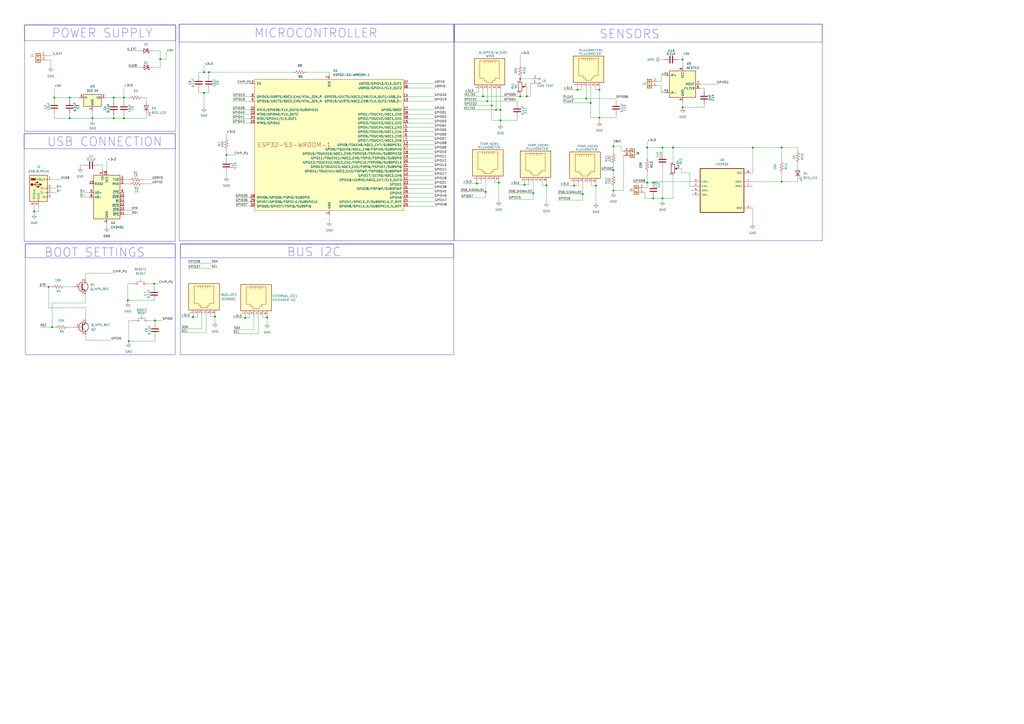
<source format=kicad_sch>
(kicad_sch (version 20230121) (generator eeschema)
  (paper "A2")
  (title_block (title "ESTACION METEOROLOGICA") (rev "V1") (company "iSebas Producciones"))
  (junction (at 332.994 107.696))
  (junction (at 74.168 174.244))
  (junction (at 40.386 56.642))
  (junction (at 340.106 57.15))
  (junction (at 395.986 62.23))
  (junction (at 304.292 107.188))
  (junction (at 338.074 112.522))
  (junction (at 355.854 84.836))
  (junction (at 342.646 59.69))
  (junction (at 142.24 184.404))
  (junction (at 92.964 34.29))
  (junction (at 40.386 68.58))
  (junction (at 118.364 41.91))
  (junction (at 301.752 55.88))
  (junction (at 281.686 111.252))
  (junction (at 124.714 183.642))
  (junction (at 19.812 122.682))
  (junction (at 355.854 98.806))
  (junction (at 305.562 55.88))
  (junction (at 282.702 58.674))
  (junction (at 118.364 53.848))
  (junction (at 316.992 107.442))
  (junction (at 309.372 112.014))
  (junction (at 154.94 184.15))
  (junction (at 375.412 85.598))
  (junction (at 131.318 89.916))
  (junction (at 66.04 56.642))
  (junction (at 66.04 68.58))
  (junction (at 31.496 56.642))
  (junction (at 378.968 105.918))
  (junction (at 28.194 166.37))
  (junction (at 375.412 105.918))
  (junction (at 384.302 85.598))
  (junction (at 345.694 107.696))
  (junction (at 89.916 185.928))
  (junction (at 285.242 61.214))
  (junction (at 301.752 45.72))
  (junction (at 436.626 85.598))
  (junction (at 378.968 115.062))
  (junction (at 289.306 105.918))
  (junction (at 290.322 69.85))
  (junction (at 347.726 52.07))
  (junction (at 453.39 85.598))
  (junction (at 290.322 63.754))
  (junction (at 335.026 52.07))
  (junction (at 453.39 105.41))
  (junction (at 347.726 68.326))
  (junction (at 384.302 115.062))
  (junction (at 276.606 106.426))
  (junction (at 30.226 189.738))
  (junction (at 280.162 55.88))
  (junction (at 89.408 164.592))
  (junction (at 395.986 34.544))
  (junction (at 71.882 56.642))
  (junction (at 74.676 197.866))
  (junction (at 355.854 110.49))
  (junction (at 53.594 68.58))
  (junction (at 121.158 41.91))
  (junction (at 287.782 63.754))
  (junction (at 390.398 85.598))
  (junction (at 112.014 183.896))
  (junction (at 71.882 68.58))
  (wire (pts (xy 290.322 51.816) (xy 290.322 63.754)))
  (wire (pts (xy 357.378 57.15) (xy 357.378 58.674)))
  (wire (pts (xy 323.596 112.522) (xy 338.074 112.522)))
  (wire (pts (xy 29.464 34.798) (xy 29.464 38.862)))
  (wire (pts (xy 121.158 41.91) (xy 121.158 44.196)))
  (wire (pts (xy 19.812 124.206) (xy 19.812 122.682)))
  (wire (pts (xy 268.478 106.426) (xy 276.606 106.426)))
  (wire (pts (xy 66.04 68.58) (xy 66.04 66.548)))
  (wire (pts (xy 49.784 178.562) (xy 28.194 178.562)))
  (wire (pts (xy 72.136 106.68) (xy 75.184 106.68)))
  (wire (pts (xy 290.322 63.754) (xy 290.322 69.85)))
  (wire (pts (xy 118.364 38.1) (xy 118.364 41.91)))
  (wire (pts (xy 384.302 85.598) (xy 390.398 85.598)))
  (wire (pts (xy 269.494 53.594) (xy 277.622 53.594)))
  (wire (pts (xy 31.496 56.642) (xy 31.496 58.166)))
  (wire (pts (xy 436.626 85.598) (xy 436.626 100.33)))
  (wire (pts (xy 384.302 89.408) (xy 384.302 85.598)))
  (wire (pts (xy 134.874 66.294) (xy 145.288 66.294)))
  (wire (pts (xy 342.646 59.69) (xy 342.646 68.326)))
  (wire (pts (xy 88.392 29.464) (xy 92.964 29.464)))
  (wire (pts (xy 304.292 105.41) (xy 304.292 107.188)))
  (wire (pts (xy 114.554 182.372) (xy 114.554 183.896)))
  (wire (pts (xy 119.634 182.372) (xy 119.634 193.04)))
  (wire (pts (xy 28.194 178.562) (xy 28.194 166.37)))
  (wire (pts (xy 307.594 48.26) (xy 307.594 55.88)))
  (wire (pts (xy 115.316 53.848) (xy 118.364 53.848)))
  (wire (pts (xy 309.372 112.014) (xy 309.372 115.57)))
  (wire (pts (xy 29.972 104.14) (xy 35.306 104.14)))
  (wire (pts (xy 49.53 158.496) (xy 65.532 158.496)))
  (wire (pts (xy 400.05 107.95) (xy 401.066 107.95)))
  (wire (pts (xy 367.284 105.918) (xy 375.412 105.918)))
  (wire (pts (xy 355.854 110.49) (xy 361.696 110.49)))
  (wire (pts (xy 282.702 58.674) (xy 299.974 58.674)))
  (wire (pts (xy 27.178 34.798) (xy 29.464 34.798)))
  (wire (pts (xy 347.726 50.292) (xy 347.726 52.07)))
  (wire (pts (xy 89.916 185.928) (xy 89.916 187.706)))
  (wire (pts (xy 121.158 53.848) (xy 121.158 51.816)))
  (wire (pts (xy 394.208 97.79) (xy 395.224 97.79)))
  (wire (pts (xy 137.668 48.514) (xy 145.288 48.514)))
  (wire (pts (xy 19.812 119.38) (xy 19.812 122.682)))
  (wire (pts (xy 236.728 84.074) (xy 251.968 84.074)))
  (wire (pts (xy 84.836 56.642) (xy 84.836 58.674)))
  (wire (pts (xy 144.78 182.88) (xy 144.78 184.404)))
  (wire (pts (xy 269.24 58.674) (xy 282.702 58.674)))
  (wire (pts (xy 45.974 56.642) (xy 40.386 56.642)))
  (wire (pts (xy 236.728 101.854) (xy 251.968 101.854)))
  (wire (pts (xy 347.726 52.07) (xy 347.726 68.326)))
  (wire (pts (xy 462.788 105.41) (xy 462.788 104.14)))
  (wire (pts (xy 131.318 89.916) (xy 131.318 92.202)))
  (wire (pts (xy 134.874 71.374) (xy 145.288 71.374)))
  (wire (pts (xy 453.39 85.598) (xy 453.39 92.964)))
  (wire (pts (xy 82.804 106.68) (xy 88.138 106.68)))
  (wire (pts (xy 136.652 114.554) (xy 145.288 114.554)))
  (wire (pts (xy 152.4 184.15) (xy 154.94 184.15)))
  (wire (pts (xy 286.766 104.648) (xy 286.766 105.918)))
  (wire (pts (xy 301.752 54.102) (xy 301.752 55.88)))
  (wire (pts (xy 46.482 111.76) (xy 51.816 111.76)))
  (wire (pts (xy 375.412 99.568) (xy 375.412 105.918)))
  (wire (pts (xy 301.752 31.75) (xy 301.752 37.338)))
  (wire (pts (xy 374.142 115.062) (xy 378.968 115.062)))
  (wire (pts (xy 71.882 56.642) (xy 71.882 58.928)))
  (wire (pts (xy 236.728 119.634) (xy 252.222 119.634)))
  (wire (pts (xy 395.224 100.33) (xy 400.05 100.33)))
  (wire (pts (xy 276.606 104.648) (xy 276.606 106.426)))
  (wire (pts (xy 49.022 95.758) (xy 46.482 95.758)))
  (wire (pts (xy 124.714 183.642) (xy 124.714 187.198)))
  (wire (pts (xy 342.646 50.292) (xy 342.646 59.69)))
  (wire (pts (xy 337.566 52.07) (xy 335.026 52.07)))
  (wire (pts (xy 136.652 117.094) (xy 145.288 117.094)))
  (wire (pts (xy 361.696 90.17) (xy 361.696 110.49)))
  (wire (pts (xy 122.174 183.642) (xy 124.714 183.642)))
  (wire (pts (xy 378.968 115.062) (xy 384.302 115.062)))
  (wire (pts (xy 326.898 52.07) (xy 335.026 52.07)))
  (wire (pts (xy 30.48 32.258) (xy 27.178 32.258)))
  (wire (pts (xy 309.372 105.41) (xy 309.372 112.014)))
  (wire (pts (xy 301.752 45.72) (xy 301.752 46.482)))
  (wire (pts (xy 395.986 58.928) (xy 395.986 62.23)))
  (wire (pts (xy 337.566 50.292) (xy 337.566 52.07)))
  (wire (pts (xy 307.594 55.88) (xy 305.562 55.88)))
  (wire (pts (xy 462.788 85.598) (xy 453.39 85.598)))
  (wire (pts (xy 308.356 48.26) (xy 307.594 48.26)))
  (wire (pts (xy 343.154 105.918) (xy 343.154 107.696)))
  (wire (pts (xy 49.784 194.818) (xy 49.784 197.358)))
  (wire (pts (xy 77.216 185.928) (xy 74.676 185.928)))
  (wire (pts (xy 390.398 115.062) (xy 384.302 115.062)))
  (wire (pts (xy 282.702 51.816) (xy 282.702 58.674)))
  (wire (pts (xy 49.784 197.358) (xy 64.516 197.358)))
  (wire (pts (xy 30.226 175.768) (xy 30.226 189.738)))
  (wire (pts (xy 72.136 121.92) (xy 76.2 121.92)))
  (wire (pts (xy 384.302 85.598) (xy 375.412 85.598)))
  (wire (pts (xy 383.032 34.544) (xy 385.572 34.544)))
  (wire (pts (xy 335.026 50.292) (xy 335.026 52.07)))
  (wire (pts (xy 236.728 63.754) (xy 251.968 63.754)))
  (wire (pts (xy 305.562 55.88) (xy 301.752 55.88)))
  (wire (pts (xy 384.302 115.062) (xy 384.302 116.586)))
  (wire (pts (xy 112.014 182.372) (xy 112.014 183.896)))
  (wire (pts (xy 109.22 155.702) (xy 122.682 155.702)))
  (wire (pts (xy 74.168 174.244) (xy 74.168 175.514)))
  (wire (pts (xy 236.728 91.694) (xy 251.968 91.694)))
  (wire (pts (xy 381.762 49.784) (xy 383.54 49.784)))
  (wire (pts (xy 109.22 152.654) (xy 122.682 152.654)))
  (wire (pts (xy 131.318 87.376) (xy 131.318 89.916)))
  (wire (pts (xy 29.972 109.22) (xy 32.766 109.22)))
  (wire (pts (xy 400.05 100.33) (xy 400.05 107.95)))
  (wire (pts (xy 299.974 69.85) (xy 290.322 69.85)))
  (wire (pts (xy 378.968 105.918) (xy 378.968 106.426)))
  (wire (pts (xy 74.168 174.244) (xy 89.408 174.244)))
  (wire (pts (xy 236.728 109.474) (xy 251.968 109.474)))
  (wire (pts (xy 287.782 51.816) (xy 287.782 63.754)))
  (wire (pts (xy 71.882 56.642) (xy 74.93 56.642)))
  (wire (pts (xy 453.39 100.584) (xy 453.39 105.41)))
  (wire (pts (xy 281.686 111.252) (xy 281.686 114.808)))
  (wire (pts (xy 345.694 107.696) (xy 345.694 117.856)))
  (wire (pts (xy 395.986 62.23) (xy 395.986 62.738)))
  (wire (pts (xy 236.728 48.514) (xy 251.968 48.514)))
  (wire (pts (xy 236.728 104.394) (xy 251.968 104.394)))
  (wire (pts (xy 115.316 53.848) (xy 115.316 51.816)))
  (wire (pts (xy 342.646 68.326) (xy 347.726 68.326)))
  (wire (pts (xy 89.408 164.592) (xy 89.408 166.624)))
  (wire (pts (xy 136.652 119.634) (xy 145.288 119.634)))
  (wire (pts (xy 316.992 105.41) (xy 316.992 107.442)))
  (wire (pts (xy 287.782 63.754) (xy 290.322 63.754)))
  (wire (pts (xy 86.614 164.592) (xy 89.408 164.592)))
  (wire (pts (xy 135.128 58.674) (xy 145.288 58.674)))
  (wire (pts (xy 408.432 60.452) (xy 408.432 62.23)))
  (wire (pts (xy 383.54 49.784) (xy 383.54 53.848)))
  (wire (pts (xy 74.676 185.928) (xy 74.676 197.866)))
  (wire (pts (xy 360.426 84.836) (xy 355.854 84.836)))
  (wire (pts (xy 92.964 34.29) (xy 96.52 34.29)))
  (wire (pts (xy 82.55 104.14) (xy 88.138 104.14)))
  (wire (pts (xy 135.128 56.134) (xy 145.288 56.134)))
  (wire (pts (xy 384.302 97.028) (xy 384.302 115.062)))
  (wire (pts (xy 177.8 41.91) (xy 191.008 41.91)))
  (wire (pts (xy 236.728 117.094) (xy 252.222 117.094)))
  (wire (pts (xy 236.728 71.374) (xy 251.968 71.374)))
  (wire (pts (xy 40.386 56.642) (xy 40.386 58.166)))
  (wire (pts (xy 236.728 112.014) (xy 251.968 112.014)))
  (wire (pts (xy 355.854 98.806) (xy 355.854 101.092)))
  (wire (pts (xy 355.854 83.058) (xy 355.854 84.836)))
  (wire (pts (xy 286.766 105.918) (xy 289.306 105.918)))
  (wire (pts (xy 408.432 62.23) (xy 395.986 62.23)))
  (wire (pts (xy 28.194 166.37) (xy 29.972 166.37)))
  (wire (pts (xy 323.85 116.078) (xy 338.074 116.078)))
  (wire (pts (xy 147.32 182.88) (xy 147.32 191.262)))
  (wire (pts (xy 135.382 193.548) (xy 149.86 193.548)))
  (wire (pts (xy 374.142 108.966) (xy 375.412 108.966)))
  (wire (pts (xy 117.094 182.372) (xy 117.094 190.754)))
  (wire (pts (xy 66.04 68.58) (xy 71.882 68.58)))
  (wire (pts (xy 338.074 105.918) (xy 338.074 112.522)))
  (wire (pts (xy 49.53 171.45) (xy 49.53 175.768)))
  (wire (pts (xy 406.146 51.308) (xy 408.432 51.308)))
  (wire (pts (xy 378.968 105.41) (xy 378.968 105.918)))
  (wire (pts (xy 289.306 105.918) (xy 289.306 116.586)))
  (wire (pts (xy 61.976 129.54) (xy 61.976 131.826)))
  (wire (pts (xy 285.242 51.816) (xy 285.242 61.214)))
  (wire (pts (xy 395.986 34.544) (xy 395.986 38.608)))
  (wire (pts (xy 345.186 52.07) (xy 347.726 52.07)))
  (wire (pts (xy 324.866 107.696) (xy 332.994 107.696)))
  (wire (pts (xy 390.398 101.6) (xy 390.398 115.062)))
  (wire (pts (xy 152.4 182.88) (xy 152.4 184.15)))
  (wire (pts (xy 267.462 114.808) (xy 281.686 114.808)))
  (wire (pts (xy 61.214 56.642) (xy 66.04 56.642)))
  (wire (pts (xy 378.968 105.41) (xy 401.066 105.41)))
  (wire (pts (xy 343.154 107.696) (xy 345.694 107.696)))
  (wire (pts (xy 236.728 76.454) (xy 251.968 76.454)))
  (wire (pts (xy 390.398 85.598) (xy 436.626 85.598)))
  (wire (pts (xy 290.322 69.85) (xy 290.322 72.136)))
  (wire (pts (xy 23.368 189.738) (xy 30.226 189.738)))
  (wire (pts (xy 406.146 48.768) (xy 415.798 48.768)))
  (wire (pts (xy 89.916 195.326) (xy 89.916 197.866)))
  (wire (pts (xy 436.626 105.41) (xy 453.39 105.41)))
  (wire (pts (xy 22.352 122.682) (xy 22.352 119.38)))
  (wire (pts (xy 121.158 41.91) (xy 170.18 41.91)))
  (wire (pts (xy 82.55 56.642) (xy 84.836 56.642)))
  (wire (pts (xy 381.762 47.244) (xy 383.54 47.244)))
  (wire (pts (xy 53.594 68.58) (xy 66.04 68.58)))
  (wire (pts (xy 236.728 89.154) (xy 251.968 89.154)))
  (wire (pts (xy 395.986 32.258) (xy 395.986 34.544)))
  (wire (pts (xy 49.53 161.29) (xy 49.53 158.496)))
  (wire (pts (xy 92.964 29.464) (xy 92.964 34.29)))
  (wire (pts (xy 355.854 95.758) (xy 355.854 98.806)))
  (wire (pts (xy 281.686 104.648) (xy 281.686 111.252)))
  (wire (pts (xy 73.66 29.464) (xy 80.772 29.464)))
  (wire (pts (xy 53.594 68.58) (xy 53.594 70.104)))
  (wire (pts (xy 191.008 41.91) (xy 191.008 43.434)))
  (wire (pts (xy 277.622 51.816) (xy 277.622 53.594)))
  (wire (pts (xy 76.454 164.592) (xy 74.168 164.592)))
  (wire (pts (xy 462.788 87.376) (xy 462.788 85.598)))
  (wire (pts (xy 301.752 44.958) (xy 301.752 45.72)))
  (wire (pts (xy 135.636 191.262) (xy 147.32 191.262)))
  (wire (pts (xy 105.156 193.04) (xy 119.634 193.04)))
  (wire (pts (xy 340.106 57.15) (xy 357.378 57.15)))
  (wire (pts (xy 46.482 95.758) (xy 46.482 97.282)))
  (wire (pts (xy 124.714 182.372) (xy 124.714 183.642)))
  (wire (pts (xy 19.812 122.682) (xy 22.352 122.682)))
  (wire (pts (xy 72.136 104.14) (xy 74.93 104.14)))
  (wire (pts (xy 357.378 66.294) (xy 357.378 68.326)))
  (wire (pts (xy 299.974 58.674) (xy 299.974 60.198)))
  (wire (pts (xy 375.412 105.918) (xy 378.968 105.918)))
  (wire (pts (xy 142.24 182.88) (xy 142.24 184.404)))
  (wire (pts (xy 105.41 190.754) (xy 117.094 190.754)))
  (wire (pts (xy 236.728 106.934) (xy 251.968 106.934)))
  (wire (pts (xy 355.854 98.806) (xy 348.742 98.806)))
  (wire (pts (xy 360.426 87.63) (xy 360.426 84.836)))
  (wire (pts (xy 306.832 107.188) (xy 304.292 107.188)))
  (wire (pts (xy 144.78 184.404) (xy 142.24 184.404)))
  (wire (pts (xy 335.534 105.918) (xy 335.534 107.696)))
  (wire (pts (xy 462.788 94.996) (xy 462.788 96.52)))
  (wire (pts (xy 383.54 43.688) (xy 385.826 43.688)))
  (wire (pts (xy 31.496 65.786) (xy 31.496 68.58)))
  (wire (pts (xy 149.86 182.88) (xy 149.86 193.548)))
  (wire (pts (xy 134.874 63.754) (xy 145.288 63.754)))
  (wire (pts (xy 345.694 105.918) (xy 345.694 107.696)))
  (wire (pts (xy 122.174 182.372) (xy 122.174 183.642)))
  (wire (pts (xy 453.39 105.41) (xy 462.788 105.41)))
  (wire (pts (xy 131.318 99.822) (xy 131.318 102.616)))
  (wire (pts (xy 236.728 73.914) (xy 251.968 73.914)))
  (wire (pts (xy 46.482 114.3) (xy 51.816 114.3)))
  (wire (pts (xy 236.728 94.234) (xy 251.968 94.234)))
  (wire (pts (xy 301.752 45.72) (xy 308.356 45.72)))
  (wire (pts (xy 236.728 114.554) (xy 251.968 114.554)))
  (wire (pts (xy 355.854 110.49) (xy 355.854 111.76)))
  (wire (pts (xy 236.728 51.054) (xy 251.968 51.054)))
  (wire (pts (xy 408.432 51.308) (xy 408.432 52.832)))
  (wire (pts (xy 374.142 111.506) (xy 374.142 115.062)))
  (wire (pts (xy 131.318 89.916) (xy 135.89 89.916)))
  (wire (pts (xy 40.386 65.786) (xy 40.386 68.58)))
  (wire (pts (xy 436.626 85.598) (xy 453.39 85.598)))
  (wire (pts (xy 39.37 189.738) (xy 42.164 189.738)))
  (wire (pts (xy 279.146 104.648) (xy 279.146 106.426)))
  (wire (pts (xy 114.554 183.896) (xy 112.014 183.896)))
  (wire (pts (xy 305.562 50.292) (xy 305.562 55.88)))
  (wire (pts (xy 89.916 185.928) (xy 94.234 185.928)))
  (wire (pts (xy 154.94 184.15) (xy 154.94 187.706)))
  (wire (pts (xy 236.728 58.674) (xy 251.968 58.674)))
  (wire (pts (xy 62.23 93.726) (xy 61.976 93.726)))
  (wire (pts (xy 361.696 87.63) (xy 360.426 87.63)))
  (wire (pts (xy 84.836 68.58) (xy 71.882 68.58)))
  (wire (pts (xy 61.976 93.726) (xy 61.976 99.06)))
  (wire (pts (xy 118.364 53.848) (xy 118.364 62.484)))
  (wire (pts (xy 436.626 120.65) (xy 436.626 130.048)))
  (wire (pts (xy 74.168 164.592) (xy 74.168 174.244)))
  (wire (pts (xy 347.726 68.326) (xy 347.726 70.612)))
  (wire (pts (xy 236.728 66.294) (xy 251.968 66.294)))
  (wire (pts (xy 326.644 57.15) (xy 340.106 57.15)))
  (wire (pts (xy 89.408 164.592) (xy 92.202 164.592)))
  (wire (pts (xy 306.832 105.41) (xy 306.832 107.188)))
  (wire (pts (xy 236.728 86.614) (xy 251.968 86.614)))
  (wire (pts (xy 296.164 107.188) (xy 304.292 107.188)))
  (wire (pts (xy 285.242 61.214) (xy 285.242 69.85)))
  (wire (pts (xy 383.54 47.244) (xy 383.54 43.688)))
  (wire (pts (xy 131.318 77.47) (xy 131.318 79.756)))
  (wire (pts (xy 142.24 184.404) (xy 135.128 184.404)))
  (wire (pts (xy 71.882 68.58) (xy 71.882 66.548)))
  (wire (pts (xy 289.306 104.648) (xy 289.306 105.918)))
  (wire (pts (xy 378.968 114.046) (xy 378.968 115.062)))
  (wire (pts (xy 338.074 112.522) (xy 338.074 116.078)))
  (wire (pts (xy 49.784 184.658) (xy 49.784 178.562)))
  (wire (pts (xy 59.436 95.758) (xy 56.642 95.758)))
  (wire (pts (xy 40.386 68.58) (xy 53.594 68.58)))
  (wire (pts (xy 357.378 68.326) (xy 347.726 68.326)))
  (wire (pts (xy 269.24 55.88) (xy 280.162 55.88)))
  (wire (pts (xy 62.23 93.472) (xy 62.23 93.726)))
  (wire (pts (xy 118.364 53.848) (xy 121.158 53.848)))
  (wire (pts (xy 87.376 185.928) (xy 89.916 185.928)))
  (wire (pts (xy 268.986 63.754) (xy 287.782 63.754)))
  (wire (pts (xy 280.162 51.816) (xy 280.162 55.88)))
  (wire (pts (xy 280.162 55.88) (xy 301.752 55.88)))
  (wire (pts (xy 340.106 50.292) (xy 340.106 57.15)))
  (wire (pts (xy 236.728 81.534) (xy 251.968 81.534)))
  (wire (pts (xy 71.882 50.546) (xy 71.882 56.642)))
  (wire (pts (xy 31.496 50.8) (xy 31.496 56.642)))
  (wire (pts (xy 236.728 68.834) (xy 251.968 68.834)))
  (wire (pts (xy 236.728 99.314) (xy 251.968 99.314)))
  (wire (pts (xy 66.04 56.642) (xy 66.04 58.928)))
  (wire (pts (xy 314.452 105.41) (xy 314.452 107.442)))
  (wire (pts (xy 22.86 166.37) (xy 28.194 166.37)))
  (wire (pts (xy 115.316 41.91) (xy 115.316 44.196)))
  (wire (pts (xy 355.854 84.836) (xy 355.854 88.138)))
  (wire (pts (xy 314.452 107.442) (xy 316.992 107.442)))
  (wire (pts (xy 118.364 41.91) (xy 121.158 41.91)))
  (wire (pts (xy 92.964 34.29) (xy 92.964 39.116)))
  (wire (pts (xy 72.136 124.46) (xy 76.454 124.46)))
  (wire (pts (xy 299.974 67.818) (xy 299.974 69.85)))
  (wire (pts (xy 74.422 39.116) (xy 81.026 39.116)))
  (wire (pts (xy 53.594 64.262) (xy 53.594 68.58)))
  (wire (pts (xy 236.728 96.774) (xy 251.968 96.774)))
  (wire (pts (xy 285.242 69.85) (xy 290.322 69.85)))
  (wire (pts (xy 279.146 106.426) (xy 276.606 106.426)))
  (wire (pts (xy 37.592 166.37) (xy 41.91 166.37)))
  (wire (pts (xy 390.398 93.98) (xy 390.398 85.598)))
  (wire (pts (xy 30.226 189.738) (xy 31.75 189.738)))
  (wire (pts (xy 112.014 183.896) (xy 104.902 183.896)))
  (wire (pts (xy 332.994 107.696) (xy 335.534 107.696)))
  (wire (pts (xy 236.728 56.134) (xy 251.968 56.134)))
  (wire (pts (xy 345.186 50.292) (xy 345.186 52.07)))
  (wire (pts (xy 154.94 182.88) (xy 154.94 184.15)))
  (wire (pts (xy 49.53 175.768) (xy 30.226 175.768)))
  (wire (pts (xy 269.24 61.214) (xy 285.242 61.214)))
  (wire (pts (xy 332.994 105.918) (xy 332.994 107.696)))
  (wire (pts (xy 355.854 108.712) (xy 355.854 110.49)))
  (wire (pts (xy 395.224 97.79) (xy 395.224 100.33)))
  (wire (pts (xy 295.148 115.57) (xy 309.372 115.57)))
  (wire (pts (xy 84.836 66.294) (xy 84.836 68.58)))
  (wire (pts (xy 393.192 34.544) (xy 395.986 34.544)))
  (wire (pts (xy 326.644 59.69) (xy 342.646 59.69)))
  (wire (pts (xy 31.496 68.58) (xy 40.386 68.58)))
  (wire (pts (xy 236.728 78.994) (xy 251.968 78.994)))
  (wire (pts (xy 375.412 105.918) (xy 375.412 108.966)))
  (wire (pts (xy 66.04 56.642) (xy 71.882 56.642)))
  (wire (pts (xy 375.412 85.598) (xy 375.412 91.948)))
  (wire (pts (xy 191.008 124.714) (xy 191.008 128.524)))
  (wire (pts (xy 74.676 197.866) (xy 74.676 198.882)))
  (wire (pts (xy 383.54 53.848) (xy 385.826 53.848)))
  (wire (pts (xy 134.874 68.834) (xy 145.288 68.834)))
  (wire (pts (xy 74.676 197.866) (xy 89.916 197.866)))
  (wire (pts (xy 96.52 30.226) (xy 96.52 34.29)))
  (wire (pts (xy 316.992 107.442) (xy 316.992 117.348)))
  (wire (pts (xy 375.412 82.296) (xy 375.412 85.598)))
  (wire (pts (xy 40.386 56.642) (xy 31.496 56.642)))
  (wire (pts (xy 92.964 39.116) (xy 88.646 39.116)))
  (wire (pts (xy 29.972 111.76) (xy 32.766 111.76)))
  (wire (pts (xy 115.316 41.91) (xy 118.364 41.91)))
  (wire (pts (xy 267.208 111.252) (xy 281.686 111.252)))
  (wire (pts (xy 294.894 112.014) (xy 309.372 112.014)))
  (wire (pts (xy 59.436 99.06) (xy 59.436 95.758)))
  (rectangle (start 263.652 13.97) (end 477.012 24.384))
  (rectangle (start 103.886 13.97) (end 263.144 24.384))
  (rectangle (start 104.648 141.478) (end 263.144 149.606))
  (rectangle (start 263.652 13.97) (end 477.012 139.7))
  (rectangle (start 14.224 14.478) (end 101.854 23.622))
  (rectangle (start 14.732 141.478) (end 101.6 205.74))
  (rectangle (start 14.224 14.478) (end 101.854 76.2))
  (rectangle (start 13.97 77.47) (end 101.6 86.36))
  (rectangle (start 104.648 141.732) (end 263.144 205.74))
  (rectangle (start 103.886 13.97) (end 263.144 139.7))
  (rectangle (start 13.97 77.47) (end 101.6 139.954))
  (rectangle (start 14.732 141.478) (end 101.6 149.606))
  (text "BUS I2C" (at 166.37 149.352 0) (effects (font (size 5.08 5.08)) (justify left bottom)))
  (text "BOOT SETTINGS" (at 25.654 149.606 0) (effects (font (size 5.08 5.08)) (justify left bottom)))
  (text "SENSORS\n" (at 347.726 22.86 0) (effects (font (size 5.08 5.08)) (justify left bottom)))
  (text "USB CONNECTION" (at 27.178 85.344 0) (effects (font (size 5.08 5.08)) (justify left bottom)))
  (text "MICROCONTROLLER" (at 147.32 22.352 0) (effects (font (size 5.08 5.08)) (justify left bottom)))
  (text "POWER SUPPLY" (at 29.972 22.352 0) (effects (font (size 5.08 5.08)) (justify left bottom)))
  (label "+3v3" (at 268.478 106.426 0))
  (label "+3v3" (at 324.866 107.696 0))
  (label "GPIO40" (at 134.874 66.294 0))
  (label "GPIO08" (at 251.968 84.074 0))
  (label "VUSB" (at 35.306 104.14 0))
  (label "GPIO38" (at 251.968 109.474 0))
  (label "GPIO05" (at 251.968 76.454 0))
  (label "D-" (at 46.482 114.3 0))
  (label "GPIO07" (at 251.968 81.534 0))
  (label "U0TXD" (at 88.138 106.68 0))
  (label "CHIP_PU" (at 135.89 89.916 0))
  (label "+3v3" (at 118.364 38.1 0))
  (label "GPIO18" (at 251.968 104.394 0))
  (label "GPIO19" (at 251.968 58.674 0))
  (label "+3v3" (at 301.752 31.75 0))
  (label "DSB_SIGNAL01" (at 267.208 111.252 0))
  (label "GPIO08" (at 367.284 105.918 0))
  (label "GPIO42" (at 134.874 71.374 0))
  (label "GPIO17" (at 251.968 101.854 0))
  (label "V_EXT" (at 30.48 32.258 0))
  (label "CHIP_PU" (at 92.202 164.592 0))
  (label "VELTA2" (at 268.986 63.754 0))
  (label "U0TXD" (at 251.968 48.514 0))
  (label "+3v3" (at 135.128 184.404 0))
  (label "U0RXD" (at 251.968 51.054 0))
  (label "D-" (at 32.766 111.76 0))
  (label "RST" (at 23.368 189.738 0))
  (label "SCL" (at 122.682 155.702 0))
  (label "+3v3" (at 375.412 82.296 0))
  (label "GPIO05" (at 299.466 55.88 180))
  (label "GPIO21" (at 251.968 106.934 0))
  (label "+3v3" (at 326.898 52.07 0))
  (label "GPIO41" (at 134.874 68.834 0))
  (label "GPIO0" (at 251.968 63.754 0))
  (label "D+" (at 32.766 109.22 0))
  (label "GPIO09" (at 251.968 86.614 0))
  (label "GPIO49" (at 251.968 114.554 0))
  (label "GPIO35" (at 136.652 114.554 0))
  (label "GPIO13" (at 251.968 96.774 0))
  (label "GPIO16" (at 135.128 58.674 0))
  (label "GPIO20" (at 251.968 56.134 0))
  (label "+3v3" (at 62.23 93.472 0))
  (label "RST" (at 76.454 124.46 0))
  (label "CHIP_PU" (at 137.668 48.514 0))
  (label "+5V" (at 31.496 50.8 0))
  (label "GPIO37" (at 136.652 119.634 0))
  (label "+3v3" (at 296.164 107.188 0))
  (label "GPIO01" (at 415.798 48.768 0))
  (label "GPIO02" (at 348.742 98.806 0))
  (label "SDA" (at 122.682 152.654 0))
  (label "+3v3" (at 71.882 50.546 0))
  (label "GPIO06" (at 357.378 57.15 0))
  (label "GPIO16" (at 323.85 116.078 0))
  (label "PLUV1" (at 326.644 57.15 0))
  (label "PLUV2" (at 326.644 59.69 0))
  (label "GPIO36" (at 109.22 152.654 0))
  (label "GPIO07" (at 267.462 114.808 0))
  (label "DTR" (at 76.2 121.92 0))
  (label "GPIO47" (at 252.222 117.094 0))
  (label "+P" (at 383.54 43.942 0))
  (label "GPIO37" (at 109.22 155.702 0))
  (label "SCL" (at 105.156 193.04 0))
  (label "VUSB" (at 74.422 39.116 0))
  (label "GPIO04" (at 251.968 73.914 0))
  (label "D+" (at 46.482 111.76 0))
  (label "U0RXD" (at 88.138 104.14 0))
  (label "GPIO0" (at 64.516 197.358 0))
  (label "GPIO02" (at 251.968 68.834 0))
  (label "SPEED1" (at 269.24 58.674 0))
  (label "V_EXT" (at 73.66 29.464 0))
  (label "VELTA1" (at 269.24 55.88 0))
  (label "GPIO06" (at 251.968 78.994 0))
  (label "+3v3" (at 131.318 77.47 0))
  (label "DTR" (at 22.86 166.37 0))
  (label "GPIO45" (at 251.968 112.014 0))
  (label "GPIO15" (at 135.128 56.134 0))
  (label "GPIO39" (at 134.874 63.754 0))
  (label "GPIO10" (at 251.968 89.154 0))
  (label "SDA" (at 135.636 191.262 0))
  (label "GPIO15" (at 295.148 115.57 0))
  (label "VBAT" (at 355.854 83.058 0))
  (label "+3v3" (at 269.494 53.594 0))
  (label "+5V" (at 96.52 30.226 0))
  (label "GPIO04" (at 292.354 58.674 0))
  (label "GPIO48" (at 252.222 119.634 0))
  (label "DSB_SIGNAL02" (at 294.894 112.014 0))
  (label "SDA" (at 105.41 190.754 0))
  (label "GPIO0" (at 94.234 185.928 0))
  (label "GPIO14" (at 251.968 99.314 0))
  (label "GPIO03" (at 251.968 71.374 0))
  (label "DSB_SIGNAL03" (at 323.596 112.522 0))
  (label "+3v3" (at 104.902 183.896 0))
  (label "GPIO36" (at 136.652 117.094 0))
  (label "+5V" (at 395.986 32.258 0))
  (label "CHIP_PU" (at 65.532 158.496 0))
  (label "SPEED2" (at 269.24 61.214 0))
  (label "SCL" (at 135.382 193.548 0))
  (label "GPIO01" (at 251.968 66.294 0))
  (label "-P" (at 383.54 53.848 0))
  (label "GPIO12" (at 251.968 94.234 0))
  (label "GPIO11" (at 251.968 91.694 0))
  (symbol (lib_id "Device:C") (at 389.382 34.544 90) (unit 1)
    (property "Reference" "C13" (at 389.382 29.464 90))
    (property "Value" "0.1uF" (at 389.382 31.242 90))
    (property "Footprint" "Capacitor_SMD:C_0805_2012Metric_Pad1.18x1.45mm_HandSolder" (effects hide))
  )
  (symbol (lib_id "power:GND") (at 395.986 62.738 0) (unit 1)
    (property "Reference" "#PWR019" (effects hide))
    (property "Value" "GND" (at 395.986 67.818 0))
  )
  (symbol (lib_id "Device:R_US") (at 35.56 189.738 90) (unit 1)
    (property "Reference" "R5" (at 35.814 192.278 90))
    (property "Value" "10K" (at 35.56 185.928 90))
    (property "Footprint" "Resistor_SMD:R_0805_2012Metric" (effects hide))
  )
  (symbol (lib_id "power:GND") (at 191.008 128.524 0) (unit 1)
    (property "Reference" "#PWR01" (effects hide))
    (property "Value" "GND" (at 191.008 133.604 0))
  )
  (symbol (lib_id "Connector:Conn_01x02_Pin") (at 313.436 48.26 180) (unit 1)
    (property "Reference" "J3" (at 314.198 46.99 0) (effects (justify right)))
    (property "Value" "CON TEST" (at 311.658 49.784 0) (effects (justify right)))
    (property "Footprint" "Connector_PinHeader_2.54mm:PinHeader_1x02_P2.54mm_Vertical" (effects hide))
  )
  (symbol (lib_id "Device:R_US") (at 453.39 96.774 180) (unit 1)
    (property "Reference" "R14" (at 455.93 96.52 90))
    (property "Value" "10K" (at 449.58 96.774 90))
    (property "Footprint" "Resistor_SMD:R_0805_2012Metric" (effects hide))
    (property "Datasheet" "https://www.didacticaselectronicas.com/index.php/componentes-pasivos/resistencias/montaje-superficial-smd/0805-1/rs-0r-0805-detail" (effects hide))
  )
  (symbol (lib_id "Connector:6P6C") (at 340.106 40.132 270) (unit 1)
    (property "Reference" "PLUVIOMETER1" (at 335.788 29.21 90) (effects (justify left)))
    (property "Value" "PLUVIOMETER" (at 335.788 31.242 90) (effects (justify left)))
    (property "Footprint" "Connector_RJ:RJ25_Wayconn_MJEA-660X1_Horizontal" (effects hide))
    (property "Datasheet" "https://www.sigmaelectronica.net/producto/6p6c/" (effects hide))
  )
  (symbol (lib_id "power:GND") (at 316.992 117.348 0) (unit 1)
    (property "Reference" "#PWR016" (effects hide))
    (property "Value" "GND" (at 316.992 122.428 0))
  )
  (symbol (lib_id "PCM_Espressif:ESP32-S3-WROOM-1") (at 191.008 84.074 0) (unit 1)
    (property "Reference" "U1" (at 193.2021 40.894 0) (effects (justify left)))
    (property "Value" "ESP32-S3-WROOM-1" (at 193.2021 43.434 0) (effects (justify left)))
    (property "Footprint" "PCM_Espressif:ESP32-S3-WROOM-1" (effects hide))
    (property "Datasheet" "https://www.espressif.com/sites/default/files/documentation/esp32-s3-wroom-1_wroom-1u_datasheet_en.pdf" (effects hide))
  )
  (symbol (lib_id "Device:R_US") (at 462.788 91.186 180) (unit 1)
    (property "Reference" "R15" (at 465.328 90.932 90))
    (property "Value" "1K" (at 460.502 91.186 90))
    (property "Footprint" "Resistor_SMD:R_0805_2012Metric" (effects hide))
    (property "Datasheet" "https://www.didacticaselectronicas.com/index.php/componentes-pasivos/resistencias/montaje-superficial-smd/0805-1/rs-0r-0805-detail" (effects hide))
  )
  (symbol (lib_id "Connector:Screw_Terminal_01x02") (at 369.062 111.506 180) (unit 1)
    (property "Reference" "J5" (at 367.284 110.236 0) (effects (justify left)))
    (property "Value" "INPUT_EXT" (effects hide))
    (property "Footprint" "TerminalBlock:TerminalBlock_Altech_AK300-2_P5.00mm" (effects hide))
  )
  (symbol (lib_id "power:GND") (at 345.694 117.856 0) (unit 1)
    (property "Reference" "#PWR017" (effects hide))
    (property "Value" "GND" (at 345.694 122.936 0))
  )
  (symbol (lib_id "Device:C") (at 52.832 95.758 90) (unit 1)
    (property "Reference" "C1" (at 52.832 90.678 90))
    (property "Value" "0.1uF" (at 53.086 92.456 90))
    (property "Footprint" "Capacitor_SMD:C_0805_2012Metric_Pad1.18x1.45mm_HandSolder" (effects hide))
  )
  (symbol (lib_id "Switch:SW_Push") (at 81.534 164.592 0) (unit 1)
    (property "Reference" "RESET1" (at 81.534 156.21 0))
    (property "Value" "RESET" (at 81.534 158.75 0))
    (property "Footprint" "Button_Switch_SMD:SW_Tactile_SPST_NO_Straight_CK_PTS636Sx25SMTRLFS" (effects hide))
  )
  (symbol (lib_id "Device:C") (at 89.408 170.434 180) (unit 1)
    (property "Reference" "C7" (at 84.328 170.434 90))
    (property "Value" "0.1uF" (at 86.106 170.434 90))
    (property "Footprint" "Capacitor_SMD:C_0805_2012Metric_Pad1.18x1.45mm_HandSolder" (effects hide))
  )
  (symbol (lib_id "power:GND") (at 383.032 34.544 270) (unit 1)
    (property "Reference" "#PWR020" (effects hide))
    (property "Value" "GND" (at 379.476 34.544 90) (effects (justify right)))
  )
  (symbol (lib_id "Device:R_US") (at 131.318 83.566 180) (unit 1)
    (property "Reference" "R7" (at 127.254 83.566 90))
    (property "Value" "10K" (at 129.032 83.566 90))
    (property "Footprint" "Resistor_SMD:R_0805_2012Metric" (effects hide))
  )
  (symbol (lib_id "Device:R_Potentiometer") (at 390.398 97.79 0) (unit 1)
    (property "Reference" "RV2" (at 394.97 91.694 90) (effects (justify right)))
    (property "Value" "10K" (at 393.192 92.71 90) (effects (justify right)))
    (property "Footprint" "Potentiometer_THT:Potentiometer_Bourns_3266Y_Vertical" (effects hide))
  )
  (symbol (lib_id "Device:R_Potentiometer") (at 301.752 50.292 0) (unit 1)
    (property "Reference" "RV1" (at 297.434 48.006 90) (effects (justify right)))
    (property "Value" "5K" (at 299.212 48.768 90) (effects (justify right)))
    (property "Footprint" "Potentiometer_THT:Potentiometer_Bourns_3266Y_Vertical" (effects hide))
  )
  (symbol (lib_id "Connector:6P6C") (at 338.074 95.758 270) (unit 1)
    (property "Reference" "TEMP_15CM1" (at 334.772 84.836 90) (effects (justify left)))
    (property "Value" "PLUVIOMETER" (at 333.756 86.868 90) (effects (justify left)))
    (property "Footprint" "Connector_RJ:RJ25_Wayconn_MJEA-660X1_Horizontal" (effects hide))
    (property "Datasheet" "https://www.sigmaelectronica.net/producto/6p6c/" (effects hide))
  )
  (symbol (lib_id "Device:C") (at 71.882 62.738 180) (unit 1)
    (property "Reference" "C5" (at 76.962 62.738 90))
    (property "Value" "10uF" (at 75.184 62.738 90))
    (property "Footprint" "Capacitor_SMD:C_0805_2012Metric_Pad1.18x1.45mm_HandSolder" (effects hide))
  )
  (symbol (lib_id "Connector:6P6C") (at 147.32 172.72 270) (unit 1)
    (property "Reference" "EXTERNAL_I2C1" (at 157.988 171.704 90) (effects (justify left)))
    (property "Value" "EXTENDER I2C" (at 157.988 173.99 90) (effects (justify left)))
    (property "Footprint" "Connector_RJ:RJ25_Wayconn_MJEA-660X1_Horizontal" (effects hide))
    (property "Datasheet" "https://www.sigmaelectronica.net/producto/6p6c/" (effects hide))
  )
  (symbol (lib_id "Connector:USB_B_Micro") (at 22.352 109.22 0) (unit 1)
    (property "Reference" "J2" (at 22.352 96.774 0))
    (property "Value" "USB_B_Micro" (at 22.352 99.314 0))
    (property "Footprint" "Connector_USB:USB_Micro-B_Molex_47346-0001" (effects hide))
    (property "Datasheet" "https://tools.molex.com/pdm_docs/sd/473460001_sd.pdf" (effects hide))
  )
  (symbol (lib_id "power:GND") (at 29.464 38.862 0) (unit 1)
    (property "Reference" "#PWR02" (effects hide))
    (property "Value" "GND" (at 29.464 44.196 0))
  )
  (symbol (lib_id "Device:C") (at 357.378 62.484 0) (unit 1)
    (property "Reference" "C12" (at 362.458 62.484 90))
    (property "Value" "0.1uF" (at 360.68 62.484 90))
    (property "Footprint" "Capacitor_SMD:C_0805_2012Metric_Pad1.18x1.45mm_HandSolder" (effects hide))
  )
  (symbol (lib_id "power:GND") (at 53.594 70.104 0) (unit 1)
    (property "Reference" "#PWR06" (effects hide))
    (property "Value" "GND" (at 53.848 74.422 0))
  )
  (symbol (lib_id "Connector:6P6C") (at 117.094 172.212 270) (unit 1)
    (property "Reference" "BUS_I2C1" (at 128.27 170.942 90) (effects (justify left)))
    (property "Value" "SEN0501" (at 128.27 173.482 90) (effects (justify left)))
    (property "Footprint" "Connector_RJ:RJ25_Wayconn_MJEA-660X1_Horizontal" (effects hide))
    (property "Datasheet" "https://www.sigmaelectronica.net/producto/6p6c/" (effects hide))
  )
  (symbol (lib_id "Connector:Screw_Terminal_01x02") (at 376.682 49.784 180) (unit 1)
    (property "Reference" "J4" (at 374.904 48.514 0) (effects (justify left)))
    (property "Value" "INPUT_EXT" (effects hide))
    (property "Footprint" "TerminalBlock:TerminalBlock_Altech_AK300-2_P5.00mm" (effects hide))
  )
  (symbol (lib_id "power:GND") (at 61.976 131.826 0) (unit 1)
    (property "Reference" "#PWR04" (effects hide))
    (property "Value" "GND" (at 61.976 136.906 0))
  )
  (symbol (lib_id "Device:R_US") (at 33.782 166.37 90) (unit 1)
    (property "Reference" "R4" (at 34.036 168.91 90))
    (property "Value" "10K" (at 33.782 162.56 90))
    (property "Footprint" "Resistor_SMD:R_0805_2012Metric" (effects hide))
  )
  (symbol (lib_id "LM393D:LM393D") (at 418.846 110.49 0) (unit 1)
    (property "Reference" "U6" (at 418.846 92.71 0))
    (property "Value" "LM393D" (at 418.846 95.25 0))
    (property "Footprint" "LM393:SOIC127P599X175-8N" (effects hide))
    (property "MF" "Texas Instruments" (effects hide))
    (property "Description" "\nDual differential comparator, commercial grade\n" (effects hide))
    (property "Package" "SOIC-8 Texas Instruments" (effects hide))
    (property "Price" "None" (effects hide))
    (property "SnapEDA_Link" "https://www.snapeda.com/parts/LM393D/Texas+Instruments/view-part/?ref=snap" (effects hide))
    (property "MP" "LM393D" (effects hide))
    (property "Purchase-URL" "https://www.snapeda.com/api/url_track_click_mouser/?unipart_id=4806035&manufacturer=Texas Instruments&part_name=LM393D&search_term=lm393" (effects hide))
    (property "Availability" "In Stock" (effects hide))
    (property "Check_prices" "https://www.snapeda.com/parts/LM393D/Texas+Instruments/view-part/?ref=eda" (effects hide))
  )
  (symbol (lib_id "Device:R_US") (at 301.752 41.148 180) (unit 1)
    (property "Reference" "R10" (at 304.292 40.894 90))
    (property "Value" "20K" (at 299.212 40.894 90))
    (property "Footprint" "Resistor_SMD:R_0805_2012Metric" (effects hide))
    (property "Datasheet" "https://www.didacticaselectronicas.com/index.php/componentes-pasivos/resistencias/montaje-superficial-smd/0805-1/rs-20k-0805-detail" (effects hide))
  )
  (symbol (lib_id "Device:R_US") (at 375.412 95.758 180) (unit 1)
    (property "Reference" "R13" (at 377.952 95.504 90))
    (property "Value" "10K" (at 371.602 95.758 90))
    (property "Footprint" "Resistor_SMD:R_0805_2012Metric" (effects hide))
    (property "Datasheet" "https://www.didacticaselectronicas.com/index.php/componentes-pasivos/resistencias/montaje-superficial-smd/0805-1/rs-0r-0805-detail" (effects hide))
  )
  (symbol (lib_id "Device:LED") (at 84.836 62.484 90) (unit 1)
    (property "Reference" "D3" (at 87.884 62.8015 90) (effects (justify right)))
    (property "Value" "RED_LED" (at 87.884 65.3415 90) (effects (justify right)))
    (property "Footprint" "LED_SMD:LED_0805_2012Metric" (effects hide))
  )
  (symbol (lib_id "Sensor_Current:ACS712xLCTR-05B") (at 395.986 48.768 0) (unit 1)
    (property "Reference" "U5" (at 398.1801 36.83 0) (effects (justify left)))
    (property "Value" "ACS712" (at 398.1801 39.37 0) (effects (justify left)))
    (property "Footprint" "Package_SO:SOIC-8_3.9x4.9mm_P1.27mm" (effects hide))
    (property "Datasheet" "http://www.allegromicro.com/~/media/Files/Datasheets/ACS712-Datasheet.ashx?la=en" (effects hide))
  )
  (symbol (lib_id "Device:R_US") (at 78.74 104.14 90) (unit 1)
    (property "Reference" "R1" (at 78.74 100.33 90))
    (property "Value" "1K" (at 78.74 101.854 90))
    (property "Footprint" "Resistor_SMD:R_0805_2012Metric" (effects hide))
  )
  (symbol (lib_id "Regulator_Linear:AZ1117-3.3") (at 53.594 56.642 0) (unit 1)
    (property "Reference" "U3" (at 53.594 50.038 0))
    (property "Value" "3v3 1A" (at 53.594 52.578 0))
    (property "Footprint" "Package_TO_SOT_SMD:SOT-223-3_TabPin2" (effects hide))
    (property "Datasheet" "https://datasheet.lcsc.com/lcsc/1806151415_Diodes-Incorporated-AZ1117EH-3-3TRG1_C108494.pdf" (effects hide))
  )
  (symbol (lib_id "Device:Q_NPN_BEC") (at 47.244 189.738 0) (mirror x) (unit 1)
    (property "Reference" "Q2" (at 52.832 191.008 0) (effects (justify left)))
    (property "Value" "Q_NPN_BEC" (at 52.832 188.468 0) (effects (justify left)))
    (property "Footprint" "Package_TO_SOT_SMD:SOT-23-3" (effects hide))
  )
  (symbol (lib_id "power:GND") (at 289.306 116.586 0) (unit 1)
    (property "Reference" "#PWR015" (effects hide))
    (property "Value" "GND" (at 289.306 121.666 0))
  )
  (symbol (lib_id "Connector:Screw_Terminal_01x02") (at 366.776 87.63 0) (unit 1)
    (property "Reference" "J6" (at 368.554 88.9 0) (effects (justify left)))
    (property "Value" "INPUT_EXT" (effects hide))
    (property "Footprint" "TerminalBlock:TerminalBlock_Altech_AK300-2_P5.00mm" (effects hide))
  )
  (symbol (lib_id "power:GND") (at 355.854 111.76 0) (mirror y) (unit 1)
    (property "Reference" "#PWR021" (effects hide))
    (property "Value" "GND" (at 355.854 116.84 0))
  )
  (symbol (lib_id "power:GND") (at 74.168 175.514 0) (unit 1)
    (property "Reference" "#PWR07" (effects hide))
    (property "Value" "GND" (at 74.168 180.594 0))
  )
  (symbol (lib_id "power:GND") (at 384.302 116.586 0) (unit 1)
    (property "Reference" "#PWR018" (effects hide))
    (property "Value" "GND" (at 384.302 121.666 0))
  )
  (symbol (lib_id "power:GND") (at 154.94 187.706 0) (unit 1)
    (property "Reference" "#PWR012" (effects hide))
    (property "Value" "GND" (at 154.94 192.786 0))
  )
  (symbol (lib_id "Device:C") (at 408.432 56.642 0) (mirror x) (unit 1)
    (property "Reference" "C14" (at 413.512 56.642 90))
    (property "Value" "1nF" (at 411.734 56.642 90))
    (property "Footprint" "Capacitor_SMD:C_0805_2012Metric_Pad1.18x1.45mm_HandSolder" (effects hide))
  )
  (symbol (lib_id "Device:LED") (at 462.788 100.33 90) (unit 1)
    (property "Reference" "D4" (at 465.836 100.6475 90) (effects (justify right)))
    (property "Value" "RED_LED" (at 465.836 103.1875 90) (effects (justify right)))
    (property "Footprint" "LED_SMD:LED_0805_2012Metric" (effects hide))
  )
  (symbol (lib_id "Interface_USB:CH340C") (at 61.976 114.3 0) (unit 1)
    (property "Reference" "U2" (at 64.1701 129.286 0) (effects (justify left)))
    (property "Value" "CH340C" (at 64.1701 131.826 0) (effects (justify left)))
    (property "Footprint" "Package_SO:SOIC-16_3.9x9.9mm_P1.27mm" (effects hide))
    (property "Datasheet" "https://cdn.sparkfun.com/datasheets/Dev/Arduino/Other/CH340DS1.PDF" (effects hide))
  )
  (symbol (lib_id "power:GND") (at 290.322 72.136 0) (unit 1)
    (property "Reference" "#PWR013" (effects hide))
    (property "Value" "GND" (at 290.322 77.216 0))
  )
  (symbol (lib_id "Device:R_US") (at 78.74 56.642 90) (unit 1)
    (property "Reference" "R3" (at 78.74 52.832 90))
    (property "Value" "1K" (effects hide))
    (property "Footprint" "Resistor_SMD:R_0805_2012Metric" (effects hide))
  )
  (symbol (lib_id "Connector:6P6C") (at 281.686 94.488 270) (unit 1)
    (property "Reference" "TEMP_5CM1" (at 278.384 83.566 90) (effects (justify left)))
    (property "Value" "PLUVIOMETER" (at 277.368 85.598 90) (effects (justify left)))
    (property "Footprint" "Connector_RJ:RJ25_Wayconn_MJEA-660X1_Horizontal" (effects hide))
    (property "Datasheet" "https://www.sigmaelectronica.net/producto/6p6c/" (effects hide))
  )
  (symbol (lib_id "power:GND") (at 46.482 97.282 0) (unit 1)
    (property "Reference" "#PWR05" (effects hide))
    (property "Value" "GND" (at 46.482 102.362 0))
  )
  (symbol (lib_id "power:GND") (at 124.714 187.198 0) (unit 1)
    (property "Reference" "#PWR011" (effects hide))
    (property "Value" "GND" (at 124.714 192.278 0))
  )
  (symbol (lib_id "Device:R_US") (at 355.854 91.948 180) (unit 1)
    (property "Reference" "R11" (at 351.79 91.948 90))
    (property "Value" "10K" (at 353.568 91.948 90))
    (property "Footprint" "Resistor_SMD:R_0805_2012Metric" (effects hide))
  )
  (symbol (lib_id "Device:C") (at 89.916 191.516 180) (unit 1)
    (property "Reference" "C6" (at 84.836 191.516 90))
    (property "Value" "0.1uF" (at 86.614 191.516 90))
    (property "Footprint" "Capacitor_SMD:C_0805_2012Metric_Pad1.18x1.45mm_HandSolder" (effects hide))
  )
  (symbol (lib_id "Device:C") (at 40.386 61.976 180) (unit 1)
    (property "Reference" "C3" (at 45.212 61.976 90))
    (property "Value" "0.1uF" (at 43.434 61.976 90))
    (property "Footprint" "Capacitor_SMD:C_0805_2012Metric_Pad1.18x1.45mm_HandSolder" (effects hide))
  )
  (symbol (lib_id "Device:R_US") (at 78.994 106.68 90) (unit 1)
    (property "Reference" "R2" (at 79.248 109.22 90))
    (property "Value" "1K" (at 79.248 110.998 90))
    (property "Footprint" "Resistor_SMD:R_0805_2012Metric" (effects hide))
  )
  (symbol (lib_id "Device:C") (at 66.04 62.738 180) (unit 1)
    (property "Reference" "C4" (at 60.96 62.738 90))
    (property "Value" "0.1uF" (at 62.738 62.738 90))
    (property "Footprint" "Capacitor_SMD:C_0805_2012Metric_Pad1.18x1.45mm_HandSolder" (effects hide))
  )
  (symbol (lib_id "Device:R_US") (at 355.854 104.902 180) (unit 1)
    (property "Reference" "R12" (at 351.79 104.902 90))
    (property "Value" "10K" (at 353.568 104.902 90))
    (property "Footprint" "Resistor_SMD:R_0805_2012Metric" (effects hide))
  )
  (symbol (lib_id "Device:C") (at 378.968 110.236 0) (mirror x) (unit 1)
    (property "Reference" "C16" (at 380.238 107.188 90))
    (property "Value" "1uF" (at 382.016 107.188 90))
    (property "Footprint" "Capacitor_SMD:C_0805_2012Metric_Pad1.18x1.45mm_HandSolder" (effects hide))
  )
  (symbol (lib_id "Connector:6P6C") (at 282.702 41.656 270) (unit 1)
    (property "Reference" "W_SPEED/W_DIR1" (at 277.622 30.48 90) (effects (justify left)))
    (property "Value" "WIND" (at 281.94 32.512 90) (effects (justify left)))
    (property "Footprint" "Connector_RJ:RJ25_Wayconn_MJEA-660X1_Horizontal" (effects hide))
    (property "Datasheet" "https://www.sigmaelectronica.net/producto/6p6c/" (effects hide))
  )
  (symbol (lib_id "Connector:Screw_Terminal_01x02") (at 22.098 32.258 0) (mirror y) (unit 1)
    (property "Reference" "J1" (at 19.812 32.258 0) (effects (justify left)))
    (property "Value" "INPUT_EXT" (effects hide))
    (property "Footprint" "TerminalBlock:TerminalBlock_Altech_AK300-2_P5.00mm" (effects hide))
  )
  (symbol (lib_id "Device:C") (at 299.974 64.008 0) (unit 1)
    (property "Reference" "C11" (at 305.054 64.008 90))
    (property "Value" "0.1uF" (at 303.276 64.008 90))
    (property "Footprint" "Capacitor_SMD:C_0805_2012Metric_Pad1.18x1.45mm_HandSolder" (effects hide))
  )
  (symbol (lib_id "Device:C") (at 384.302 93.218 0) (mirror x) (unit 1)
    (property "Reference" "C15" (at 383.286 89.916 90))
    (property "Value" "1uF" (at 381.254 89.662 90))
    (property "Footprint" "Capacitor_SMD:C_0805_2012Metric_Pad1.18x1.45mm_HandSolder" (effects hide))
  )
  (symbol (lib_id "power:GND") (at 74.676 198.882 0) (unit 1)
    (property "Reference" "#PWR08" (effects hide))
    (property "Value" "GND" (at 74.676 203.962 0))
  )
  (symbol (lib_id "Connector:6P6C") (at 309.372 95.25 270) (unit 1)
    (property "Reference" "TEMP_10CM1" (at 306.07 84.328 90) (effects (justify left)))
    (property "Value" "PLUVIOMETER" (at 305.054 86.36 90) (effects (justify left)))
    (property "Footprint" "Connector_RJ:RJ25_Wayconn_MJEA-660X1_Horizontal" (effects hide))
    (property "Datasheet" "https://www.sigmaelectronica.net/producto/6p6c/" (effects hide))
  )
  (symbol (lib_id "Device:C") (at 31.496 61.976 180) (unit 1)
    (property "Reference" "C2" (at 26.416 61.976 90))
    (property "Value" "10uF" (at 28.194 61.722 90))
    (property "Footprint" "Capacitor_SMD:C_0805_2012Metric_Pad1.18x1.45mm_HandSolder" (effects hide))
    (property "Datasheet" "https://www.didacticaselectronicas.com/index.php/componentes-pasivos/capacitores/de-tantalio/smd-tantalio/ct0805-10u-10-detail" (effects hide))
  )
  (symbol (lib_id "Device:C") (at 131.318 96.012 180) (unit 1)
    (property "Reference" "C10" (at 136.398 96.012 90))
    (property "Value" "1uF" (at 134.62 96.012 90))
    (property "Footprint" "Capacitor_SMD:C_0805_2012Metric_Pad1.18x1.45mm_HandSolder" (effects hide))
  )
  (symbol (lib_id "Device:Q_NPN_BEC") (at 46.99 166.37 0) (unit 1)
    (property "Reference" "Q1" (at 52.324 165.1 0) (effects (justify left)))
    (property "Value" "Q_NPN_BEC" (at 52.324 167.64 0) (effects (justify left)))
    (property "Footprint" "Package_TO_SOT_SMD:SOT-23-3" (effects hide))
  )
  (symbol (lib_id "Device:C") (at 121.158 48.006 180) (unit 1)
    (property "Reference" "C9" (at 126.238 48.006 90))
    (property "Value" "10uF" (at 124.46 48.006 90))
    (property "Footprint" "Capacitor_SMD:C_0805_2012Metric_Pad1.18x1.45mm_HandSolder" (effects hide))
  )
  (symbol (lib_id "power:GND") (at 118.364 62.484 0) (unit 1)
    (property "Reference" "#PWR09" (effects hide))
    (property "Value" "GND" (at 118.364 67.056 0))
  )
  (symbol (lib_id "Device:C") (at 115.316 48.006 180) (unit 1)
    (property "Reference" "C8" (at 110.236 48.006 90))
    (property "Value" "0.1uF" (at 112.014 48.006 90))
    (property "Footprint" "Capacitor_SMD:C_0805_2012Metric_Pad1.18x1.45mm_HandSolder" (effects hide))
  )
  (symbol (lib_id "power:GND") (at 436.626 130.048 0) (unit 1)
    (property "Reference" "#PWR022" (effects hide))
    (property "Value" "GND" (at 436.626 135.128 0))
  )
  (symbol (lib_id "power:GND") (at 131.318 102.616 0) (unit 1)
    (property "Reference" "#PWR010" (effects hide))
    (property "Value" "GND" (at 131.318 107.696 0))
  )
  (symbol (lib_id "power:GND") (at 347.726 70.612 0) (unit 1)
    (property "Reference" "#PWR014" (effects hide))
    (property "Value" "GND" (at 347.726 75.692 0))
  )
  (symbol (lib_id "Device:D_Schottky") (at 84.582 29.464 180) (unit 1)
    (property "Reference" "D1" (at 84.8995 25.654 0))
    (property "Value" "D_Schottky" (effects hide))
    (property "Footprint" "Diode_SMD:D_SMA" (effects hide))
    (property "Datasheet" "https://www.st.com/content/ccc/resource/technical/document/datasheet/62/6b/2e/7f/34/cb/43/55/CD00001633.pdf/files/CD00001633.pdf/jcr:content/translations/en.CD00001633.pdf" (effects hide))
  )
  (symbol (lib_id "Switch:SW_Push") (at 82.296 185.928 0) (unit 1)
    (property "Reference" "BOOT1" (at 82.296 179.832 0))
    (property "Value" "BOOT" (at 82.296 181.61 0))
    (property "Footprint" "Button_Switch_SMD:SW_Tactile_SPST_NO_Straight_CK_PTS636Sx25SMTRLFS" (effects hide))
  )
  (symbol (lib_id "Device:D_Schottky") (at 84.836 39.116 180) (unit 1)
    (property "Reference" "D2" (at 84.582 36.576 0))
    (property "Value" "D_Schottky" (effects hide))
    (property "Footprint" "Diode_SMD:D_SMA" (effects hide))
    (property "Datasheet" "https://www.st.com/content/ccc/resource/technical/document/datasheet/62/6b/2e/7f/34/cb/43/55/CD00001633.pdf/files/CD00001633.pdf/jcr:content/translations/en.CD00001633.pdf" (effects hide))
  )
  (symbol (lib_id "power:GND") (at 19.812 124.206 0) (unit 1)
    (property "Reference" "#PWR03" (effects hide))
    (property "Value" "GND" (at 19.812 129.286 0))
  )
  (symbol (lib_id "Device:R_US") (at 173.99 41.91 90) (unit 1)
    (property "Reference" "R6" (at 174.244 44.45 90))
    (property "Value" "0R" (at 173.99 38.1 90))
    (property "Footprint" "Resistor_SMD:R_0805_2012Metric" (effects hide))
    (property "Datasheet" "https://www.didacticaselectronicas.com/index.php/componentes-pasivos/resistencias/montaje-superficial-smd/0805-1/rs-0r-0805-detail" (effects hide))
  )
)
</source>
